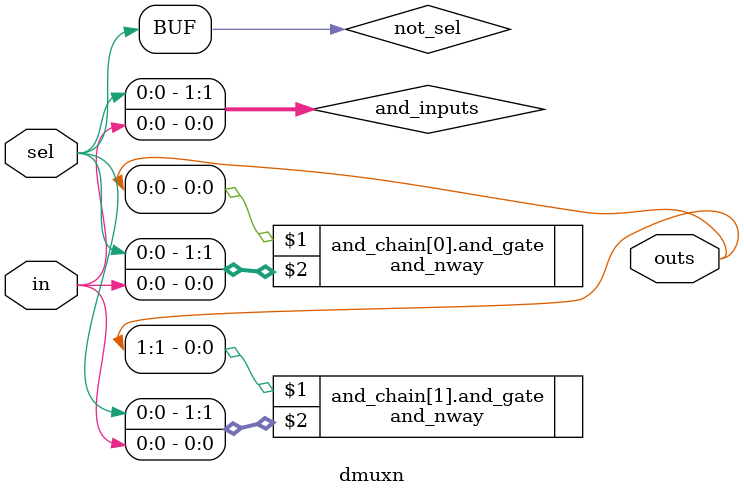
<source format=v>

`include "src/boolean/and_nway.v"


module dmuxn
  #(parameter NB_SEL = 1)
  (output [2 ** NB_SEL - 1:0] outs, input in, input [NB_SEL - 1 :0] sel);
  wire [NB_SEL - 1:0] not_sel;
  wire [NB_SEL:0] and_inputs;

  genvar j; // use j to iterate over each selector pin

  generate // generate NOT gate for each selector to get not_sel
    for (j = 0; j < NB_SEL; j = j + 1) begin: not_gen
      not (not_sel[j], sel[j]);
    end
  endgenerate


  genvar i; // use i to iterate over each output pin
  // Generating AND gate for each combination of selector and output pin
  generate
    for (i = 0; i < 2 ** NB_SEL; i = i + 1) begin: and_chain
      assign and_inputs[0] = in;
      for (j = 0; j < NB_SEL; j = j + 1) begin: set_and_input
        // Determine if we should use sel or not_sel for eact AND gate pin
        assign and_inputs[j + 1] = i & (1 << j) ? sel[j] : not_sel[j];
      end
      and_nway #(.NB_IN(NB_SEL + 1)) and_gate(
        outs[i],
        and_inputs
      );
    end
  endgenerate
endmodule


</source>
